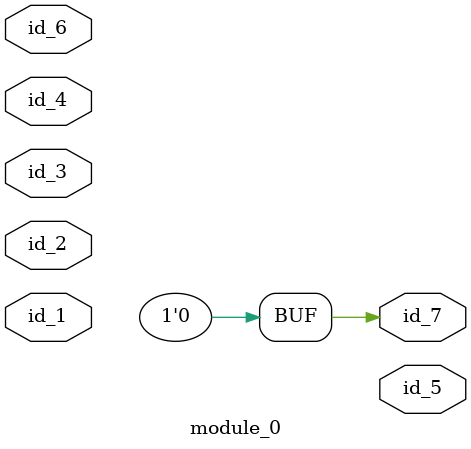
<source format=v>
module module_0 (
    id_1,
    id_2,
    id_3,
    id_4,
    id_5,
    id_6,
    id_7
);
  output id_7;
  input id_6;
  output id_5;
  inout id_4;
  inout id_3;
  inout id_2;
  input id_1;
  initial begin
    id_7[1 : 1'd0] = 1'h0;
  end
endmodule

</source>
